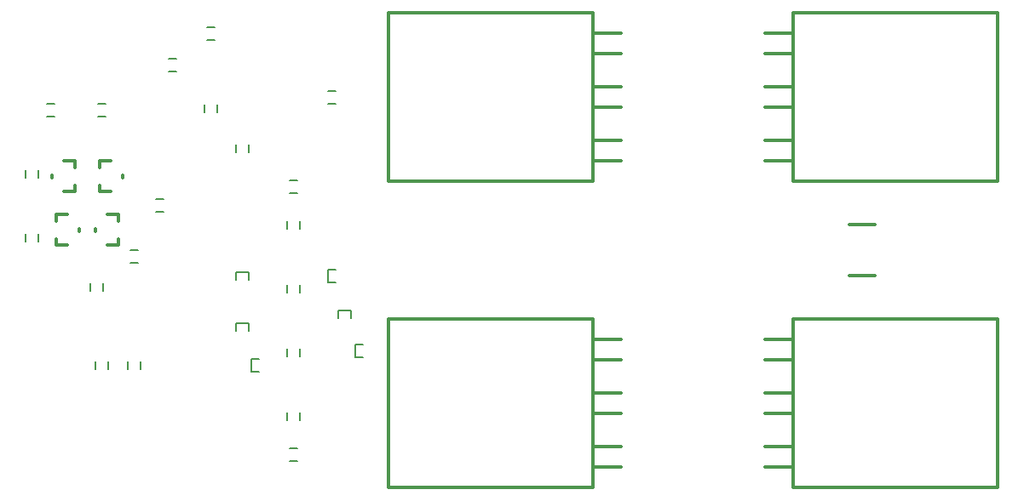
<source format=gbo>
*%FSLAX25Y25*%
*%MOIN*%
G01*
%ADD11C,0.00600*%
%ADD12C,0.00733*%
%ADD13C,0.00800*%
%ADD14C,0.01000*%
%ADD15C,0.01200*%
%ADD16C,0.01500*%
%ADD17C,0.02000*%
%ADD18C,0.02500*%
%ADD19C,0.03000*%
%ADD20C,0.03000*%
%ADD21O,0.03000X0.08000*%
%ADD22O,0.03800X0.08800*%
%ADD23C,0.04000*%
%ADD24C,0.04000*%
%ADD25C,0.05000*%
%ADD26C,0.06000*%
%ADD27C,0.06800*%
%ADD28C,0.07000*%
%ADD29C,0.08000*%
%ADD30C,0.08000*%
%ADD31C,0.08800*%
%ADD32O,0.09000X0.07000*%
%ADD33O,0.09800X0.07800*%
%ADD34C,0.10000*%
%ADD35C,0.10000*%
%ADD36C,0.12000*%
%ADD37C,0.12000*%
%ADD38C,0.12500*%
%ADD39C,0.12800*%
%ADD40O,0.15000X0.12000*%
%ADD41O,0.15800X0.12800*%
%ADD42C,0.16500*%
%ADD43C,0.25000*%
%ADD44R,0.04000X0.04000*%
%ADD45R,0.04800X0.04800*%
%ADD46R,0.05000X0.04000*%
%ADD47R,0.05800X0.04800*%
%ADD48R,0.06000X0.06000*%
%ADD49R,0.06000X0.10000*%
%ADD50R,0.06800X0.06800*%
%ADD51R,0.06800X0.10800*%
%ADD52R,0.08000X0.20000*%
%ADD53R,0.08800X0.20800*%
%ADD54R,0.10000X0.06000*%
%ADD55R,0.10000X0.10000*%
%ADD56R,0.10000X0.24000*%
%ADD57R,0.10800X0.06800*%
%ADD58R,0.10800X0.24800*%
%ADD59R,0.12000X0.06000*%
%ADD60R,0.12800X0.06800*%
%ADD61R,0.20000X0.20000*%
D13*
X881500Y887500D02*
X884500D01*
Y882500D02*
X881500D01*
X929000Y862500D02*
X932000D01*
Y857500D02*
X929000D01*
X893000Y841500D02*
Y838500D01*
X898000D02*
Y841500D01*
X914000Y827500D02*
X917000D01*
Y822500D02*
X914000D01*
X913000Y811500D02*
Y808500D01*
X918000D02*
Y811500D01*
X913000Y786500D02*
Y783500D01*
X918000D02*
Y786500D01*
X913000Y761500D02*
Y758500D01*
X918000D02*
Y761500D01*
X917000Y722500D02*
X914000D01*
Y717500D02*
X917000D01*
X913000Y733500D02*
Y736500D01*
X918000D02*
Y733500D01*
X838000Y753500D02*
Y756500D01*
X843000D02*
Y753500D01*
X850500D02*
Y756500D01*
X855500D02*
Y753500D01*
X841000Y784000D02*
Y787000D01*
X836000D02*
Y784000D01*
X810500Y803500D02*
Y806500D01*
X815500D02*
Y803500D01*
X851500Y800000D02*
X854500D01*
Y795000D02*
X851500D01*
X861500Y815000D02*
X864500D01*
Y820000D02*
X861500D01*
X810500Y828500D02*
Y831500D01*
X815500D02*
Y828500D01*
X819000Y852500D02*
X822000D01*
Y857500D02*
X819000D01*
X839000D02*
X842000D01*
Y852500D02*
X839000D01*
X885500Y854000D02*
Y857000D01*
X880500D02*
Y854000D01*
X869500Y875000D02*
X866500D01*
Y870000D02*
X869500D01*
X893000Y791500D02*
X898000D01*
Y788500D01*
X893000D02*
Y791500D01*
Y771500D02*
X898000D01*
Y768500D01*
X893000D02*
Y771500D01*
X899000Y757500D02*
Y752500D01*
Y757500D02*
X902000D01*
Y752500D02*
X899000D01*
X929000Y787500D02*
Y792500D01*
X932000D01*
Y787500D02*
X929000D01*
X933000Y776500D02*
X938000D01*
Y773500D01*
X933000D02*
Y776500D01*
X939500Y763000D02*
Y758000D01*
Y763000D02*
X942500D01*
Y758000D02*
X939500D01*
D15*
X1032500Y827000D02*
Y893000D01*
X952500D01*
Y827000D01*
X1032500D01*
Y856000D02*
X1043500D01*
Y864000D02*
X1032500D01*
Y877000D02*
X1043500D01*
Y885000D02*
X1032500D01*
Y843000D02*
X1043500D01*
Y835000D02*
X1032500D01*
Y773000D02*
Y707000D01*
Y773000D02*
X952500D01*
Y707000D01*
X1032500D01*
Y736000D02*
X1043500D01*
Y744000D02*
X1032500D01*
Y757000D02*
X1043500D01*
Y765000D02*
X1032500D01*
Y723000D02*
X1043500D01*
Y715000D02*
X1032500D01*
X827000Y802000D02*
X822500D01*
Y814000D02*
X827000D01*
X822500Y804500D02*
Y802000D01*
X831500Y807500D02*
Y808500D01*
X822500Y811500D02*
Y814000D01*
X847000Y804500D02*
Y802000D01*
X838000Y807500D02*
Y808500D01*
X847000Y811500D02*
Y814000D01*
Y802000D02*
X842500D01*
Y814000D02*
X847000D01*
X830000Y823000D02*
Y825500D01*
X821000Y828500D02*
Y829500D01*
X830000Y832500D02*
Y835000D01*
Y823000D02*
X825500D01*
Y835000D02*
X830000D01*
X839500D02*
Y832500D01*
X848500Y829500D02*
Y828500D01*
X839500Y825500D02*
Y823000D01*
Y835000D02*
X844000D01*
Y823000D02*
X839500D01*
X1100000Y885000D02*
X1111000D01*
Y877000D02*
X1100000D01*
Y835000D02*
X1111000D01*
Y843000D02*
X1100000D01*
Y856000D02*
X1111000D01*
Y864000D02*
X1100000D01*
X1111000Y893000D02*
X1191000D01*
Y827000D01*
X1111000D01*
Y893000D01*
X1133000Y810000D02*
X1143000D01*
Y790000D02*
X1133000D01*
X1111000Y765000D02*
X1100000D01*
Y757000D02*
X1111000D01*
Y715000D02*
X1100000D01*
Y723000D02*
X1111000D01*
Y736000D02*
X1100000D01*
Y744000D02*
X1111000D01*
Y773000D02*
X1191000D01*
Y707000D01*
X1111000D01*
Y773000D01*
D02*
M02*

</source>
